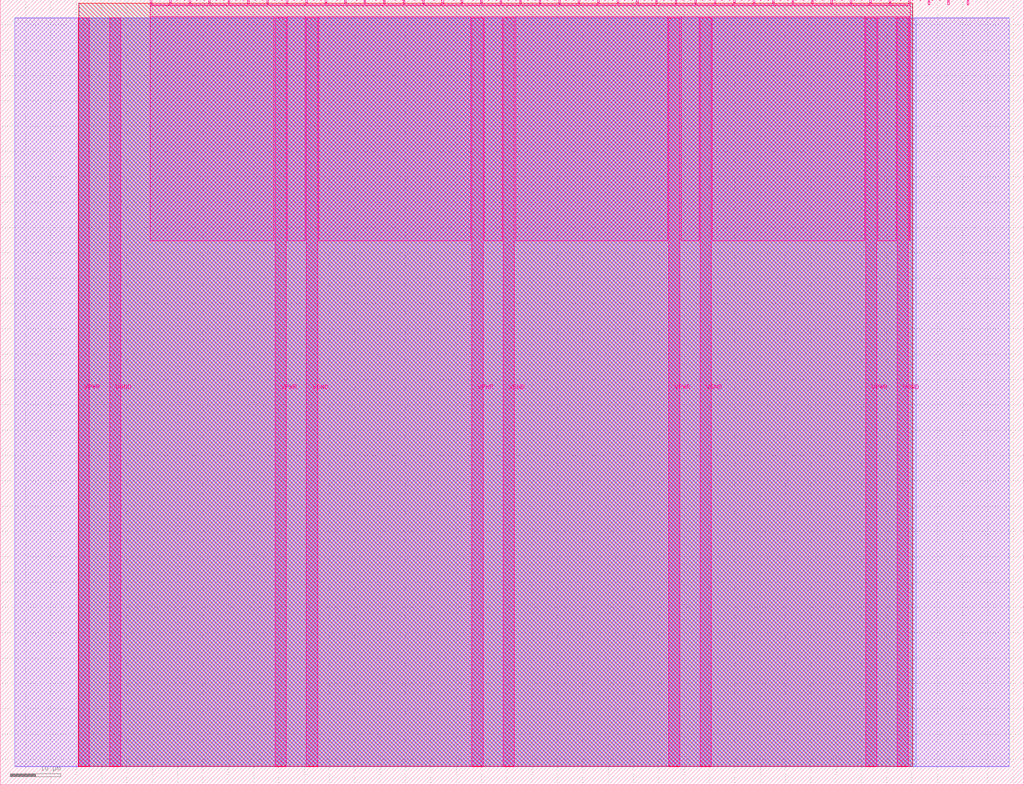
<source format=lef>
VERSION 5.7 ;
  NOWIREEXTENSIONATPIN ON ;
  DIVIDERCHAR "/" ;
  BUSBITCHARS "[]" ;
MACRO tt_um_b_6_array_multiplier
  CLASS BLOCK ;
  FOREIGN tt_um_b_6_array_multiplier ;
  ORIGIN 0.000 0.000 ;
  SIZE 202.080 BY 154.980 ;
  PIN VGND
    DIRECTION INOUT ;
    USE GROUND ;
    PORT
      LAYER Metal5 ;
        RECT 21.580 3.560 23.780 151.420 ;
    END
    PORT
      LAYER Metal5 ;
        RECT 60.450 3.560 62.650 151.420 ;
    END
    PORT
      LAYER Metal5 ;
        RECT 99.320 3.560 101.520 151.420 ;
    END
    PORT
      LAYER Metal5 ;
        RECT 138.190 3.560 140.390 151.420 ;
    END
    PORT
      LAYER Metal5 ;
        RECT 177.060 3.560 179.260 151.420 ;
    END
  END VGND
  PIN VPWR
    DIRECTION INOUT ;
    USE POWER ;
    PORT
      LAYER Metal5 ;
        RECT 15.380 3.560 17.580 151.420 ;
    END
    PORT
      LAYER Metal5 ;
        RECT 54.250 3.560 56.450 151.420 ;
    END
    PORT
      LAYER Metal5 ;
        RECT 93.120 3.560 95.320 151.420 ;
    END
    PORT
      LAYER Metal5 ;
        RECT 131.990 3.560 134.190 151.420 ;
    END
    PORT
      LAYER Metal5 ;
        RECT 170.860 3.560 173.060 151.420 ;
    END
  END VPWR
  PIN clk
    DIRECTION INPUT ;
    USE SIGNAL ;
    PORT
      LAYER Metal5 ;
        RECT 187.050 153.980 187.350 154.980 ;
    END
  END clk
  PIN ena
    DIRECTION INPUT ;
    USE SIGNAL ;
    PORT
      LAYER Metal5 ;
        RECT 190.890 153.980 191.190 154.980 ;
    END
  END ena
  PIN rst_n
    DIRECTION INPUT ;
    USE SIGNAL ;
    PORT
      LAYER Metal5 ;
        RECT 183.210 153.980 183.510 154.980 ;
    END
  END rst_n
  PIN ui_in[0]
    DIRECTION INPUT ;
    USE SIGNAL ;
    ANTENNAGATEAREA 0.213200 ;
    PORT
      LAYER Metal5 ;
        RECT 179.370 153.980 179.670 154.980 ;
    END
  END ui_in[0]
  PIN ui_in[1]
    DIRECTION INPUT ;
    USE SIGNAL ;
    ANTENNAGATEAREA 0.213200 ;
    PORT
      LAYER Metal5 ;
        RECT 175.530 153.980 175.830 154.980 ;
    END
  END ui_in[1]
  PIN ui_in[2]
    DIRECTION INPUT ;
    USE SIGNAL ;
    ANTENNAGATEAREA 0.213200 ;
    PORT
      LAYER Metal5 ;
        RECT 171.690 153.980 171.990 154.980 ;
    END
  END ui_in[2]
  PIN ui_in[3]
    DIRECTION INPUT ;
    USE SIGNAL ;
    ANTENNAGATEAREA 0.213200 ;
    PORT
      LAYER Metal5 ;
        RECT 167.850 153.980 168.150 154.980 ;
    END
  END ui_in[3]
  PIN ui_in[4]
    DIRECTION INPUT ;
    USE SIGNAL ;
    ANTENNAGATEAREA 0.213200 ;
    PORT
      LAYER Metal5 ;
        RECT 164.010 153.980 164.310 154.980 ;
    END
  END ui_in[4]
  PIN ui_in[5]
    DIRECTION INPUT ;
    USE SIGNAL ;
    ANTENNAGATEAREA 0.213200 ;
    PORT
      LAYER Metal5 ;
        RECT 160.170 153.980 160.470 154.980 ;
    END
  END ui_in[5]
  PIN ui_in[6]
    DIRECTION INPUT ;
    USE SIGNAL ;
    ANTENNAGATEAREA 0.180700 ;
    PORT
      LAYER Metal5 ;
        RECT 156.330 153.980 156.630 154.980 ;
    END
  END ui_in[6]
  PIN ui_in[7]
    DIRECTION INPUT ;
    USE SIGNAL ;
    ANTENNAGATEAREA 0.180700 ;
    PORT
      LAYER Metal5 ;
        RECT 152.490 153.980 152.790 154.980 ;
    END
  END ui_in[7]
  PIN uio_in[0]
    DIRECTION INPUT ;
    USE SIGNAL ;
    PORT
      LAYER Metal5 ;
        RECT 148.650 153.980 148.950 154.980 ;
    END
  END uio_in[0]
  PIN uio_in[1]
    DIRECTION INPUT ;
    USE SIGNAL ;
    PORT
      LAYER Metal5 ;
        RECT 144.810 153.980 145.110 154.980 ;
    END
  END uio_in[1]
  PIN uio_in[2]
    DIRECTION INPUT ;
    USE SIGNAL ;
    PORT
      LAYER Metal5 ;
        RECT 140.970 153.980 141.270 154.980 ;
    END
  END uio_in[2]
  PIN uio_in[3]
    DIRECTION INPUT ;
    USE SIGNAL ;
    PORT
      LAYER Metal5 ;
        RECT 137.130 153.980 137.430 154.980 ;
    END
  END uio_in[3]
  PIN uio_in[4]
    DIRECTION INPUT ;
    USE SIGNAL ;
    PORT
      LAYER Metal5 ;
        RECT 133.290 153.980 133.590 154.980 ;
    END
  END uio_in[4]
  PIN uio_in[5]
    DIRECTION INPUT ;
    USE SIGNAL ;
    PORT
      LAYER Metal5 ;
        RECT 129.450 153.980 129.750 154.980 ;
    END
  END uio_in[5]
  PIN uio_in[6]
    DIRECTION INPUT ;
    USE SIGNAL ;
    PORT
      LAYER Metal5 ;
        RECT 125.610 153.980 125.910 154.980 ;
    END
  END uio_in[6]
  PIN uio_in[7]
    DIRECTION INPUT ;
    USE SIGNAL ;
    PORT
      LAYER Metal5 ;
        RECT 121.770 153.980 122.070 154.980 ;
    END
  END uio_in[7]
  PIN uio_oe[0]
    DIRECTION OUTPUT ;
    USE SIGNAL ;
    ANTENNADIFFAREA 0.299200 ;
    PORT
      LAYER Metal5 ;
        RECT 56.490 153.980 56.790 154.980 ;
    END
  END uio_oe[0]
  PIN uio_oe[1]
    DIRECTION OUTPUT ;
    USE SIGNAL ;
    ANTENNADIFFAREA 0.299200 ;
    PORT
      LAYER Metal5 ;
        RECT 52.650 153.980 52.950 154.980 ;
    END
  END uio_oe[1]
  PIN uio_oe[2]
    DIRECTION OUTPUT ;
    USE SIGNAL ;
    ANTENNADIFFAREA 0.299200 ;
    PORT
      LAYER Metal5 ;
        RECT 48.810 153.980 49.110 154.980 ;
    END
  END uio_oe[2]
  PIN uio_oe[3]
    DIRECTION OUTPUT ;
    USE SIGNAL ;
    ANTENNADIFFAREA 0.299200 ;
    PORT
      LAYER Metal5 ;
        RECT 44.970 153.980 45.270 154.980 ;
    END
  END uio_oe[3]
  PIN uio_oe[4]
    DIRECTION OUTPUT ;
    USE SIGNAL ;
    ANTENNADIFFAREA 0.299200 ;
    PORT
      LAYER Metal5 ;
        RECT 41.130 153.980 41.430 154.980 ;
    END
  END uio_oe[4]
  PIN uio_oe[5]
    DIRECTION OUTPUT ;
    USE SIGNAL ;
    ANTENNADIFFAREA 0.299200 ;
    PORT
      LAYER Metal5 ;
        RECT 37.290 153.980 37.590 154.980 ;
    END
  END uio_oe[5]
  PIN uio_oe[6]
    DIRECTION OUTPUT ;
    USE SIGNAL ;
    ANTENNADIFFAREA 0.299200 ;
    PORT
      LAYER Metal5 ;
        RECT 33.450 153.980 33.750 154.980 ;
    END
  END uio_oe[6]
  PIN uio_oe[7]
    DIRECTION OUTPUT ;
    USE SIGNAL ;
    ANTENNADIFFAREA 0.299200 ;
    PORT
      LAYER Metal5 ;
        RECT 29.610 153.980 29.910 154.980 ;
    END
  END uio_oe[7]
  PIN uio_out[0]
    DIRECTION OUTPUT ;
    USE SIGNAL ;
    ANTENNADIFFAREA 0.299200 ;
    PORT
      LAYER Metal5 ;
        RECT 87.210 153.980 87.510 154.980 ;
    END
  END uio_out[0]
  PIN uio_out[1]
    DIRECTION OUTPUT ;
    USE SIGNAL ;
    ANTENNADIFFAREA 0.299200 ;
    PORT
      LAYER Metal5 ;
        RECT 83.370 153.980 83.670 154.980 ;
    END
  END uio_out[1]
  PIN uio_out[2]
    DIRECTION OUTPUT ;
    USE SIGNAL ;
    ANTENNADIFFAREA 0.299200 ;
    PORT
      LAYER Metal5 ;
        RECT 79.530 153.980 79.830 154.980 ;
    END
  END uio_out[2]
  PIN uio_out[3]
    DIRECTION OUTPUT ;
    USE SIGNAL ;
    ANTENNADIFFAREA 0.299200 ;
    PORT
      LAYER Metal5 ;
        RECT 75.690 153.980 75.990 154.980 ;
    END
  END uio_out[3]
  PIN uio_out[4]
    DIRECTION OUTPUT ;
    USE SIGNAL ;
    ANTENNADIFFAREA 0.299200 ;
    PORT
      LAYER Metal5 ;
        RECT 71.850 153.980 72.150 154.980 ;
    END
  END uio_out[4]
  PIN uio_out[5]
    DIRECTION OUTPUT ;
    USE SIGNAL ;
    ANTENNADIFFAREA 0.299200 ;
    PORT
      LAYER Metal5 ;
        RECT 68.010 153.980 68.310 154.980 ;
    END
  END uio_out[5]
  PIN uio_out[6]
    DIRECTION OUTPUT ;
    USE SIGNAL ;
    ANTENNADIFFAREA 0.299200 ;
    PORT
      LAYER Metal5 ;
        RECT 64.170 153.980 64.470 154.980 ;
    END
  END uio_out[6]
  PIN uio_out[7]
    DIRECTION OUTPUT ;
    USE SIGNAL ;
    ANTENNADIFFAREA 0.299200 ;
    PORT
      LAYER Metal5 ;
        RECT 60.330 153.980 60.630 154.980 ;
    END
  END uio_out[7]
  PIN uo_out[0]
    DIRECTION OUTPUT ;
    USE SIGNAL ;
    ANTENNAGATEAREA 0.480500 ;
    ANTENNADIFFAREA 0.706800 ;
    PORT
      LAYER Metal5 ;
        RECT 117.930 153.980 118.230 154.980 ;
    END
  END uo_out[0]
  PIN uo_out[1]
    DIRECTION OUTPUT ;
    USE SIGNAL ;
    ANTENNADIFFAREA 0.654800 ;
    PORT
      LAYER Metal5 ;
        RECT 114.090 153.980 114.390 154.980 ;
    END
  END uo_out[1]
  PIN uo_out[2]
    DIRECTION OUTPUT ;
    USE SIGNAL ;
    ANTENNADIFFAREA 0.654800 ;
    PORT
      LAYER Metal5 ;
        RECT 110.250 153.980 110.550 154.980 ;
    END
  END uo_out[2]
  PIN uo_out[3]
    DIRECTION OUTPUT ;
    USE SIGNAL ;
    ANTENNADIFFAREA 0.654800 ;
    PORT
      LAYER Metal5 ;
        RECT 106.410 153.980 106.710 154.980 ;
    END
  END uo_out[3]
  PIN uo_out[4]
    DIRECTION OUTPUT ;
    USE SIGNAL ;
    ANTENNADIFFAREA 0.654800 ;
    PORT
      LAYER Metal5 ;
        RECT 102.570 153.980 102.870 154.980 ;
    END
  END uo_out[4]
  PIN uo_out[5]
    DIRECTION OUTPUT ;
    USE SIGNAL ;
    ANTENNADIFFAREA 0.654800 ;
    PORT
      LAYER Metal5 ;
        RECT 98.730 153.980 99.030 154.980 ;
    END
  END uo_out[5]
  PIN uo_out[6]
    DIRECTION OUTPUT ;
    USE SIGNAL ;
    ANTENNADIFFAREA 0.654800 ;
    PORT
      LAYER Metal5 ;
        RECT 94.890 153.980 95.190 154.980 ;
    END
  END uo_out[6]
  PIN uo_out[7]
    DIRECTION OUTPUT ;
    USE SIGNAL ;
    ANTENNADIFFAREA 0.654800 ;
    PORT
      LAYER Metal5 ;
        RECT 91.050 153.980 91.350 154.980 ;
    END
  END uo_out[7]
  OBS
      LAYER GatPoly ;
        RECT 2.880 3.630 199.200 151.350 ;
      LAYER Metal1 ;
        RECT 2.880 3.560 199.200 151.420 ;
      LAYER Metal2 ;
        RECT 15.515 3.680 180.865 151.300 ;
      LAYER Metal3 ;
        RECT 15.560 3.635 180.100 154.285 ;
      LAYER Metal4 ;
        RECT 15.515 3.680 180.145 154.240 ;
      LAYER Metal5 ;
        RECT 30.120 153.770 33.240 153.980 ;
        RECT 33.960 153.770 37.080 153.980 ;
        RECT 37.800 153.770 40.920 153.980 ;
        RECT 41.640 153.770 44.760 153.980 ;
        RECT 45.480 153.770 48.600 153.980 ;
        RECT 49.320 153.770 52.440 153.980 ;
        RECT 53.160 153.770 56.280 153.980 ;
        RECT 57.000 153.770 60.120 153.980 ;
        RECT 60.840 153.770 63.960 153.980 ;
        RECT 64.680 153.770 67.800 153.980 ;
        RECT 68.520 153.770 71.640 153.980 ;
        RECT 72.360 153.770 75.480 153.980 ;
        RECT 76.200 153.770 79.320 153.980 ;
        RECT 80.040 153.770 83.160 153.980 ;
        RECT 83.880 153.770 87.000 153.980 ;
        RECT 87.720 153.770 90.840 153.980 ;
        RECT 91.560 153.770 94.680 153.980 ;
        RECT 95.400 153.770 98.520 153.980 ;
        RECT 99.240 153.770 102.360 153.980 ;
        RECT 103.080 153.770 106.200 153.980 ;
        RECT 106.920 153.770 110.040 153.980 ;
        RECT 110.760 153.770 113.880 153.980 ;
        RECT 114.600 153.770 117.720 153.980 ;
        RECT 118.440 153.770 121.560 153.980 ;
        RECT 122.280 153.770 125.400 153.980 ;
        RECT 126.120 153.770 129.240 153.980 ;
        RECT 129.960 153.770 133.080 153.980 ;
        RECT 133.800 153.770 136.920 153.980 ;
        RECT 137.640 153.770 140.760 153.980 ;
        RECT 141.480 153.770 144.600 153.980 ;
        RECT 145.320 153.770 148.440 153.980 ;
        RECT 149.160 153.770 152.280 153.980 ;
        RECT 153.000 153.770 156.120 153.980 ;
        RECT 156.840 153.770 159.960 153.980 ;
        RECT 160.680 153.770 163.800 153.980 ;
        RECT 164.520 153.770 167.640 153.980 ;
        RECT 168.360 153.770 171.480 153.980 ;
        RECT 172.200 153.770 175.320 153.980 ;
        RECT 176.040 153.770 179.160 153.980 ;
        RECT 29.660 151.630 179.620 153.770 ;
        RECT 29.660 107.375 54.040 151.630 ;
        RECT 56.660 107.375 60.240 151.630 ;
        RECT 62.860 107.375 92.910 151.630 ;
        RECT 95.530 107.375 99.110 151.630 ;
        RECT 101.730 107.375 131.780 151.630 ;
        RECT 134.400 107.375 137.980 151.630 ;
        RECT 140.600 107.375 170.650 151.630 ;
        RECT 173.270 107.375 176.850 151.630 ;
        RECT 179.470 107.375 179.620 151.630 ;
  END
END tt_um_b_6_array_multiplier
END LIBRARY


</source>
